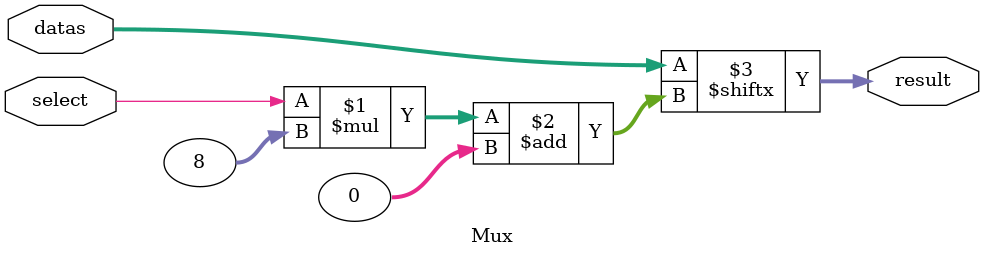
<source format=v>
`timescale 10ns / 1ns

// @brief paramerized multiplexer implementation
// usage:
//     Mux #(.DATA_WITDH(<width>), .SELECT_WIDTH(<width2>)) \
//     <name> (.datas({<data_highest>, ..., <data_lowest>}), .select(<select>), .result(<output-wire>))
module Mux #(
        parameter DATA_WIDTH = 8,
        parameter SELECT_WIDTH = 1
    )(
        input wire [DATA_WIDTH * (1 << SELECT_WIDTH) - 1: 0] datas,
        input wire [SELECT_WIDTH - 1: 0] select,
        output wire [DATA_WIDTH - 1: 0] result
    );
    assign result = datas[select * DATA_WIDTH +: DATA_WIDTH];
endmodule

</source>
